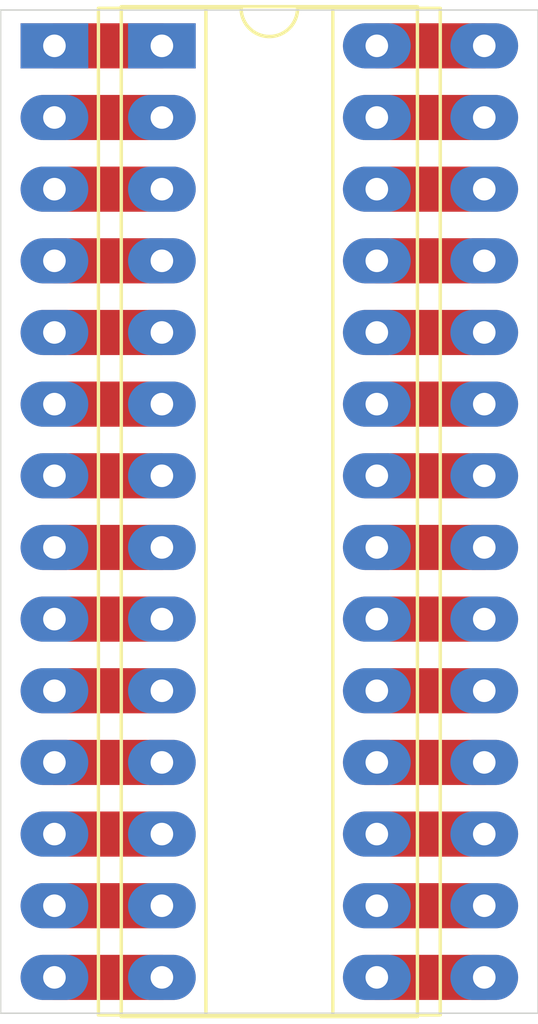
<source format=kicad_pcb>
(kicad_pcb (version 20171130) (host pcbnew "(5.1.9)-1")

  (general
    (thickness 1.6)
    (drawings 4)
    (tracks 28)
    (zones 0)
    (modules 2)
    (nets 1)
  )

  (page A4)
  (layers
    (0 F.Cu signal)
    (31 B.Cu signal)
    (32 B.Adhes user hide)
    (33 F.Adhes user hide)
    (34 B.Paste user hide)
    (35 F.Paste user hide)
    (36 B.SilkS user hide)
    (37 F.SilkS user hide)
    (38 B.Mask user hide)
    (39 F.Mask user hide)
    (40 Dwgs.User user)
    (41 Cmts.User user)
    (42 Eco1.User user)
    (43 Eco2.User user)
    (44 Edge.Cuts user)
    (45 Margin user)
    (46 B.CrtYd user hide)
    (47 F.CrtYd user hide)
    (48 B.Fab user hide)
    (49 F.Fab user hide)
  )

  (setup
    (last_trace_width 1.6)
    (user_trace_width 1.6)
    (trace_clearance 0.2)
    (zone_clearance 0.508)
    (zone_45_only no)
    (trace_min 0.2)
    (via_size 0.8)
    (via_drill 0.4)
    (via_min_size 0.4)
    (via_min_drill 0.3)
    (uvia_size 0.3)
    (uvia_drill 0.1)
    (uvias_allowed no)
    (uvia_min_size 0.2)
    (uvia_min_drill 0.1)
    (edge_width 0.05)
    (segment_width 0.2)
    (pcb_text_width 0.3)
    (pcb_text_size 1.5 1.5)
    (mod_edge_width 0.12)
    (mod_text_size 1 1)
    (mod_text_width 0.15)
    (pad_size 1.524 1.524)
    (pad_drill 0.762)
    (pad_to_mask_clearance 0)
    (aux_axis_origin 0 0)
    (visible_elements FFFFFF7F)
    (pcbplotparams
      (layerselection 0x010fc_ffffffff)
      (usegerberextensions false)
      (usegerberattributes true)
      (usegerberadvancedattributes true)
      (creategerberjobfile true)
      (excludeedgelayer true)
      (linewidth 0.100000)
      (plotframeref false)
      (viasonmask false)
      (mode 1)
      (useauxorigin false)
      (hpglpennumber 1)
      (hpglpenspeed 20)
      (hpglpendiameter 15.000000)
      (psnegative false)
      (psa4output false)
      (plotreference true)
      (plotvalue true)
      (plotinvisibletext false)
      (padsonsilk false)
      (subtractmaskfromsilk false)
      (outputformat 1)
      (mirror false)
      (drillshape 0)
      (scaleselection 1)
      (outputdirectory ""))
  )

  (net 0 "")

  (net_class Default "This is the default net class."
    (clearance 0.2)
    (trace_width 0.25)
    (via_dia 0.8)
    (via_drill 0.4)
    (uvia_dia 0.3)
    (uvia_drill 0.1)
  )

  (module Package_DIP:DIP-28_W7.62mm_Socket_LongPads (layer F.Cu) (tedit 5A02E8C5) (tstamp 619CB1EC)
    (at 3.81 0)
    (descr "28-lead though-hole mounted DIP package, row spacing 7.62 mm (300 mils), Socket, LongPads")
    (tags "THT DIP DIL PDIP 2.54mm 7.62mm 300mil Socket LongPads")
    (fp_text reference REF** (at 3.81 -2.33) (layer F.SilkS)
      (effects (font (size 1 1) (thickness 0.15)))
    )
    (fp_text value DIP-28_W7.62mm_Socket_LongPads (at 3.81 35.35) (layer F.Fab)
      (effects (font (size 1 1) (thickness 0.15)))
    )
    (fp_text user %R (at 3.81 16.51) (layer F.Fab)
      (effects (font (size 1 1) (thickness 0.15)))
    )
    (fp_arc (start 3.81 -1.33) (end 2.81 -1.33) (angle -180) (layer F.SilkS) (width 0.12))
    (fp_line (start 1.635 -1.27) (end 6.985 -1.27) (layer F.Fab) (width 0.1))
    (fp_line (start 6.985 -1.27) (end 6.985 34.29) (layer F.Fab) (width 0.1))
    (fp_line (start 6.985 34.29) (end 0.635 34.29) (layer F.Fab) (width 0.1))
    (fp_line (start 0.635 34.29) (end 0.635 -0.27) (layer F.Fab) (width 0.1))
    (fp_line (start 0.635 -0.27) (end 1.635 -1.27) (layer F.Fab) (width 0.1))
    (fp_line (start -1.27 -1.33) (end -1.27 34.35) (layer F.Fab) (width 0.1))
    (fp_line (start -1.27 34.35) (end 8.89 34.35) (layer F.Fab) (width 0.1))
    (fp_line (start 8.89 34.35) (end 8.89 -1.33) (layer F.Fab) (width 0.1))
    (fp_line (start 8.89 -1.33) (end -1.27 -1.33) (layer F.Fab) (width 0.1))
    (fp_line (start 2.81 -1.33) (end 1.56 -1.33) (layer F.SilkS) (width 0.12))
    (fp_line (start 1.56 -1.33) (end 1.56 34.35) (layer F.SilkS) (width 0.12))
    (fp_line (start 1.56 34.35) (end 6.06 34.35) (layer F.SilkS) (width 0.12))
    (fp_line (start 6.06 34.35) (end 6.06 -1.33) (layer F.SilkS) (width 0.12))
    (fp_line (start 6.06 -1.33) (end 4.81 -1.33) (layer F.SilkS) (width 0.12))
    (fp_line (start -1.44 -1.39) (end -1.44 34.41) (layer F.SilkS) (width 0.12))
    (fp_line (start -1.44 34.41) (end 9.06 34.41) (layer F.SilkS) (width 0.12))
    (fp_line (start 9.06 34.41) (end 9.06 -1.39) (layer F.SilkS) (width 0.12))
    (fp_line (start 9.06 -1.39) (end -1.44 -1.39) (layer F.SilkS) (width 0.12))
    (fp_line (start -1.55 -1.6) (end -1.55 34.65) (layer F.CrtYd) (width 0.05))
    (fp_line (start -1.55 34.65) (end 9.15 34.65) (layer F.CrtYd) (width 0.05))
    (fp_line (start 9.15 34.65) (end 9.15 -1.6) (layer F.CrtYd) (width 0.05))
    (fp_line (start 9.15 -1.6) (end -1.55 -1.6) (layer F.CrtYd) (width 0.05))
    (pad 28 thru_hole oval (at 7.62 0) (size 2.4 1.6) (drill 0.8) (layers *.Cu *.Mask))
    (pad 14 thru_hole oval (at 0 33.02) (size 2.4 1.6) (drill 0.8) (layers *.Cu *.Mask))
    (pad 27 thru_hole oval (at 7.62 2.54) (size 2.4 1.6) (drill 0.8) (layers *.Cu *.Mask))
    (pad 13 thru_hole oval (at 0 30.48) (size 2.4 1.6) (drill 0.8) (layers *.Cu *.Mask))
    (pad 26 thru_hole oval (at 7.62 5.08) (size 2.4 1.6) (drill 0.8) (layers *.Cu *.Mask))
    (pad 12 thru_hole oval (at 0 27.94) (size 2.4 1.6) (drill 0.8) (layers *.Cu *.Mask))
    (pad 25 thru_hole oval (at 7.62 7.62) (size 2.4 1.6) (drill 0.8) (layers *.Cu *.Mask))
    (pad 11 thru_hole oval (at 0 25.4) (size 2.4 1.6) (drill 0.8) (layers *.Cu *.Mask))
    (pad 24 thru_hole oval (at 7.62 10.16) (size 2.4 1.6) (drill 0.8) (layers *.Cu *.Mask))
    (pad 10 thru_hole oval (at 0 22.86) (size 2.4 1.6) (drill 0.8) (layers *.Cu *.Mask))
    (pad 23 thru_hole oval (at 7.62 12.7) (size 2.4 1.6) (drill 0.8) (layers *.Cu *.Mask))
    (pad 9 thru_hole oval (at 0 20.32) (size 2.4 1.6) (drill 0.8) (layers *.Cu *.Mask))
    (pad 22 thru_hole oval (at 7.62 15.24) (size 2.4 1.6) (drill 0.8) (layers *.Cu *.Mask))
    (pad 8 thru_hole oval (at 0 17.78) (size 2.4 1.6) (drill 0.8) (layers *.Cu *.Mask))
    (pad 21 thru_hole oval (at 7.62 17.78) (size 2.4 1.6) (drill 0.8) (layers *.Cu *.Mask))
    (pad 7 thru_hole oval (at 0 15.24) (size 2.4 1.6) (drill 0.8) (layers *.Cu *.Mask))
    (pad 20 thru_hole oval (at 7.62 20.32) (size 2.4 1.6) (drill 0.8) (layers *.Cu *.Mask))
    (pad 6 thru_hole oval (at 0 12.7) (size 2.4 1.6) (drill 0.8) (layers *.Cu *.Mask))
    (pad 19 thru_hole oval (at 7.62 22.86) (size 2.4 1.6) (drill 0.8) (layers *.Cu *.Mask))
    (pad 5 thru_hole oval (at 0 10.16) (size 2.4 1.6) (drill 0.8) (layers *.Cu *.Mask))
    (pad 18 thru_hole oval (at 7.62 25.4) (size 2.4 1.6) (drill 0.8) (layers *.Cu *.Mask))
    (pad 4 thru_hole oval (at 0 7.62) (size 2.4 1.6) (drill 0.8) (layers *.Cu *.Mask))
    (pad 17 thru_hole oval (at 7.62 27.94) (size 2.4 1.6) (drill 0.8) (layers *.Cu *.Mask))
    (pad 3 thru_hole oval (at 0 5.08) (size 2.4 1.6) (drill 0.8) (layers *.Cu *.Mask))
    (pad 16 thru_hole oval (at 7.62 30.48) (size 2.4 1.6) (drill 0.8) (layers *.Cu *.Mask))
    (pad 2 thru_hole oval (at 0 2.54) (size 2.4 1.6) (drill 0.8) (layers *.Cu *.Mask))
    (pad 15 thru_hole oval (at 7.62 33.02) (size 2.4 1.6) (drill 0.8) (layers *.Cu *.Mask))
    (pad 1 thru_hole rect (at 0 0) (size 2.4 1.6) (drill 0.8) (layers *.Cu *.Mask))
    (model ${KISYS3DMOD}/Package_DIP.3dshapes/DIP-28_W7.62mm_Socket.wrl
      (at (xyz 0 0 0))
      (scale (xyz 1 1 1))
      (rotate (xyz 0 0 0))
    )
  )

  (module Package_DIP:DIP-28_W15.24mm_LongPads (layer F.Cu) (tedit 5A02E8C5) (tstamp 619CAD9E)
    (at 0 0)
    (descr "28-lead though-hole mounted DIP package, row spacing 15.24 mm (600 mils), LongPads")
    (tags "THT DIP DIL PDIP 2.54mm 15.24mm 600mil LongPads")
    (fp_text reference REF** (at 7.62 -2.33) (layer F.SilkS)
      (effects (font (size 1 1) (thickness 0.15)))
    )
    (fp_text value DIP-28_W15.24mm_LongPads (at 7.62 35.35) (layer F.Fab)
      (effects (font (size 1 1) (thickness 0.15)))
    )
    (fp_text user %R (at 7.62 16.51) (layer F.Fab)
      (effects (font (size 1 1) (thickness 0.15)))
    )
    (fp_arc (start 7.62 -1.33) (end 6.62 -1.33) (angle -180) (layer F.SilkS) (width 0.12))
    (fp_line (start 1.255 -1.27) (end 14.985 -1.27) (layer F.Fab) (width 0.1))
    (fp_line (start 14.985 -1.27) (end 14.985 34.29) (layer F.Fab) (width 0.1))
    (fp_line (start 14.985 34.29) (end 0.255 34.29) (layer F.Fab) (width 0.1))
    (fp_line (start 0.255 34.29) (end 0.255 -0.27) (layer F.Fab) (width 0.1))
    (fp_line (start 0.255 -0.27) (end 1.255 -1.27) (layer F.Fab) (width 0.1))
    (fp_line (start 6.62 -1.33) (end 1.56 -1.33) (layer F.SilkS) (width 0.12))
    (fp_line (start 1.56 -1.33) (end 1.56 34.35) (layer F.SilkS) (width 0.12))
    (fp_line (start 1.56 34.35) (end 13.68 34.35) (layer F.SilkS) (width 0.12))
    (fp_line (start 13.68 34.35) (end 13.68 -1.33) (layer F.SilkS) (width 0.12))
    (fp_line (start 13.68 -1.33) (end 8.62 -1.33) (layer F.SilkS) (width 0.12))
    (fp_line (start -1.5 -1.55) (end -1.5 34.55) (layer F.CrtYd) (width 0.05))
    (fp_line (start -1.5 34.55) (end 16.7 34.55) (layer F.CrtYd) (width 0.05))
    (fp_line (start 16.7 34.55) (end 16.7 -1.55) (layer F.CrtYd) (width 0.05))
    (fp_line (start 16.7 -1.55) (end -1.5 -1.55) (layer F.CrtYd) (width 0.05))
    (pad 28 thru_hole oval (at 15.24 0) (size 2.4 1.6) (drill 0.8) (layers *.Cu *.Mask))
    (pad 14 thru_hole oval (at 0 33.02) (size 2.4 1.6) (drill 0.8) (layers *.Cu *.Mask))
    (pad 27 thru_hole oval (at 15.24 2.54) (size 2.4 1.6) (drill 0.8) (layers *.Cu *.Mask))
    (pad 13 thru_hole oval (at 0 30.48) (size 2.4 1.6) (drill 0.8) (layers *.Cu *.Mask))
    (pad 26 thru_hole oval (at 15.24 5.08) (size 2.4 1.6) (drill 0.8) (layers *.Cu *.Mask))
    (pad 12 thru_hole oval (at 0 27.94) (size 2.4 1.6) (drill 0.8) (layers *.Cu *.Mask))
    (pad 25 thru_hole oval (at 15.24 7.62) (size 2.4 1.6) (drill 0.8) (layers *.Cu *.Mask))
    (pad 11 thru_hole oval (at 0 25.4) (size 2.4 1.6) (drill 0.8) (layers *.Cu *.Mask))
    (pad 24 thru_hole oval (at 15.24 10.16) (size 2.4 1.6) (drill 0.8) (layers *.Cu *.Mask))
    (pad 10 thru_hole oval (at 0 22.86) (size 2.4 1.6) (drill 0.8) (layers *.Cu *.Mask))
    (pad 23 thru_hole oval (at 15.24 12.7) (size 2.4 1.6) (drill 0.8) (layers *.Cu *.Mask))
    (pad 9 thru_hole oval (at 0 20.32) (size 2.4 1.6) (drill 0.8) (layers *.Cu *.Mask))
    (pad 22 thru_hole oval (at 15.24 15.24) (size 2.4 1.6) (drill 0.8) (layers *.Cu *.Mask))
    (pad 8 thru_hole oval (at 0 17.78) (size 2.4 1.6) (drill 0.8) (layers *.Cu *.Mask))
    (pad 21 thru_hole oval (at 15.24 17.78) (size 2.4 1.6) (drill 0.8) (layers *.Cu *.Mask))
    (pad 7 thru_hole oval (at 0 15.24) (size 2.4 1.6) (drill 0.8) (layers *.Cu *.Mask))
    (pad 20 thru_hole oval (at 15.24 20.32) (size 2.4 1.6) (drill 0.8) (layers *.Cu *.Mask))
    (pad 6 thru_hole oval (at 0 12.7) (size 2.4 1.6) (drill 0.8) (layers *.Cu *.Mask))
    (pad 19 thru_hole oval (at 15.24 22.86) (size 2.4 1.6) (drill 0.8) (layers *.Cu *.Mask))
    (pad 5 thru_hole oval (at 0 10.16) (size 2.4 1.6) (drill 0.8) (layers *.Cu *.Mask))
    (pad 18 thru_hole oval (at 15.24 25.4) (size 2.4 1.6) (drill 0.8) (layers *.Cu *.Mask))
    (pad 4 thru_hole oval (at 0 7.62) (size 2.4 1.6) (drill 0.8) (layers *.Cu *.Mask))
    (pad 17 thru_hole oval (at 15.24 27.94) (size 2.4 1.6) (drill 0.8) (layers *.Cu *.Mask))
    (pad 3 thru_hole oval (at 0 5.08) (size 2.4 1.6) (drill 0.8) (layers *.Cu *.Mask))
    (pad 16 thru_hole oval (at 15.24 30.48) (size 2.4 1.6) (drill 0.8) (layers *.Cu *.Mask))
    (pad 2 thru_hole oval (at 0 2.54) (size 2.4 1.6) (drill 0.8) (layers *.Cu *.Mask))
    (pad 15 thru_hole oval (at 15.24 33.02) (size 2.4 1.6) (drill 0.8) (layers *.Cu *.Mask))
    (pad 1 thru_hole rect (at 0 0) (size 2.4 1.6) (drill 0.8) (layers *.Cu *.Mask))
    (model ${KISYS3DMOD}/Package_DIP.3dshapes/DIP-28_W15.24mm.wrl
      (at (xyz 0 0 0))
      (scale (xyz 1 1 1))
      (rotate (xyz 0 0 0))
    )
  )

  (gr_line (start -1.905 -1.27) (end -1.905 34.29) (layer Edge.Cuts) (width 0.05) (tstamp 619CBA95))
  (gr_line (start 17.145 -1.27) (end -1.905 -1.27) (layer Edge.Cuts) (width 0.05))
  (gr_line (start 17.145 34.29) (end 17.145 -1.27) (layer Edge.Cuts) (width 0.05))
  (gr_line (start -1.905 34.29) (end 17.145 34.29) (layer Edge.Cuts) (width 0.05))

  (segment (start 0 0) (end 3.81 0) (width 1.6) (layer F.Cu) (net 0))
  (segment (start 0 2.54) (end 3.81 2.54) (width 1.6) (layer F.Cu) (net 0))
  (segment (start 0 5.08) (end 3.81 5.08) (width 1.6) (layer F.Cu) (net 0))
  (segment (start 0 7.62) (end 3.81 7.62) (width 1.6) (layer F.Cu) (net 0))
  (segment (start 0 10.16) (end 3.81 10.16) (width 1.6) (layer F.Cu) (net 0))
  (segment (start 0 12.7) (end 3.81 12.7) (width 1.6) (layer F.Cu) (net 0))
  (segment (start 0 15.24) (end 3.81 15.24) (width 1.6) (layer F.Cu) (net 0))
  (segment (start 0 17.78) (end 3.81 17.78) (width 1.6) (layer F.Cu) (net 0))
  (segment (start 0 20.32) (end 3.81 20.32) (width 1.6) (layer F.Cu) (net 0))
  (segment (start 3.81 22.86) (end 0 22.86) (width 1.6) (layer F.Cu) (net 0))
  (segment (start 0 25.4) (end 3.81 25.4) (width 1.6) (layer F.Cu) (net 0))
  (segment (start 3.81 27.94) (end 0 27.94) (width 1.6) (layer F.Cu) (net 0))
  (segment (start 0 30.48) (end 3.81 30.48) (width 1.6) (layer F.Cu) (net 0))
  (segment (start 3.81 33.02) (end 0 33.02) (width 1.6) (layer F.Cu) (net 0))
  (segment (start 11.43 33.02) (end 15.24 33.02) (width 1.6) (layer F.Cu) (net 0))
  (segment (start 15.24 30.48) (end 11.43 30.48) (width 1.6) (layer F.Cu) (net 0))
  (segment (start 11.43 27.94) (end 15.24 27.94) (width 1.6) (layer F.Cu) (net 0))
  (segment (start 15.24 25.4) (end 11.43 25.4) (width 1.6) (layer F.Cu) (net 0))
  (segment (start 11.43 22.86) (end 15.24 22.86) (width 1.6) (layer F.Cu) (net 0))
  (segment (start 15.24 20.32) (end 11.43 20.32) (width 1.6) (layer F.Cu) (net 0))
  (segment (start 11.43 17.78) (end 15.24 17.78) (width 1.6) (layer F.Cu) (net 0))
  (segment (start 15.24 15.24) (end 11.43 15.24) (width 1.6) (layer F.Cu) (net 0))
  (segment (start 15.24 12.7) (end 11.43 12.7) (width 1.6) (layer F.Cu) (net 0))
  (segment (start 11.43 10.16) (end 15.24 10.16) (width 1.6) (layer F.Cu) (net 0))
  (segment (start 15.24 7.62) (end 11.43 7.62) (width 1.6) (layer F.Cu) (net 0))
  (segment (start 11.43 5.08) (end 15.24 5.08) (width 1.6) (layer F.Cu) (net 0))
  (segment (start 11.43 2.54) (end 15.24 2.54) (width 1.6) (layer F.Cu) (net 0))
  (segment (start 11.43 0) (end 15.24 0) (width 1.6) (layer F.Cu) (net 0))

)

</source>
